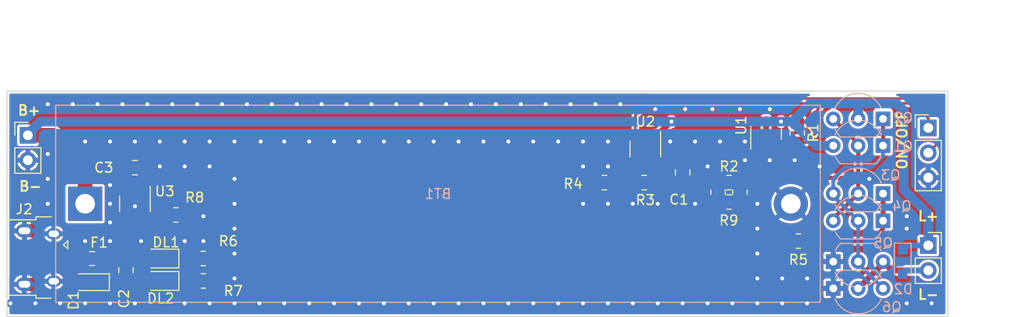
<source format=kicad_pcb>
(kicad_pcb (version 20211014) (generator pcbnew)
  (layers (0 "F.Cu" signal) (31 "B.Cu" signal) (34 "B.Paste" user) (35 "F.Paste" user) (36 "B.SilkS" user "B.Silkscreen") (37 "F.SilkS" user "F.Silkscreen") (38 "B.Mask" user) (39 "F.Mask" user) (44 "Edge.Cuts" user))
  (net 0 "")
  (net 1 "+BATT")
  (net 2 "GND")
  (net 3 "/Vref_2V5")
  (net 4 "+5V")
  (net 5 "Net-(DL1-Pad1)")
  (net 6 "Net-(DL2-Pad1)")
  (net 7 "Net-(F1-Pad2)")
  (net 8 "Net-(D2-Pad2)")
  (net 12 "Net-(Q1-Pad1)")
  (net 13 "Net-(R3-Pad1)")
  (net 14 "Net-(R6-Pad2)")
  (net 15 "Net-(R8-Pad1)")
  (net 16 "Net-(R1-Pad2)")
  (net 17 "Net-(SW1-Pad2)")
  (net 18 "Net-(Q1-Pad2)")
  (net 19 "Net-(Q3-Pad1)")
  (net 20 "Net-(R10-Pad2)")
  (net 21 "Net-(R11-Pad2)")
  (footprint "Connector_PinHeader_2.54mm:PinHeader_1x02_P2.54mm_Vertical" (layer "F.Cu") (at 88.138 71.755)
    (fp_text reference "J3" hide)
    (fp_text value "Conn_01x02_Male" hide)
    (fp_line (start -1.33 1.27) (end -1.33 3.87) (layer "F.SilkS") (width 0.12))
    (fp_line (start -1.33 -1.33) (end 0 -1.33) (layer "F.SilkS") (width 0.12))
    (fp_line (start 1.33 1.27) (end 1.33 3.87) (layer "F.SilkS") (width 0.12))
    (fp_line (start -1.33 0) (end -1.33 -1.33) (layer "F.SilkS") (width 0.12))
    (fp_line (start -1.33 3.87) (end 1.33 3.87) (layer "F.SilkS") (width 0.12))
    (fp_line (start -1.33 1.27) (end 1.33 1.27) (layer "F.SilkS") (width 0.12))
    (pad "1" thru_hole rect (at 0 0) (size 1.7 1.7) (drill 1) (layers *.Cu *.Mask) (net 1 "+BATT"))
    (pad "2" thru_hole oval (at 0 2.54) (size 1.7 1.7) (drill 1) (layers *.Cu *.Mask) (net 2 "GND"))
  )
  (footprint "Resistor_SMD:R_0805_2012Metric_Pad1.20x1.40mm_HandSolder" (layer "F.Cu") (at 151.019 76.581)
    (fp_text reference "R3" (at 0.111 1.778) (layer "F.SilkS"))
    (fp_text value "100k" hide)
    (fp_line (start -0.227064 0.735) (end 0.227064 0.735) (layer "F.SilkS") (width 0.12))
    (fp_line (start -0.227064 -0.735) (end 0.227064 -0.735) (layer "F.SilkS") (width 0.12))
    (pad "1" smd roundrect (at -1 0) (size 1.2 1.4) (layers "F.Cu" "F.Paste" "F.Mask") (roundrect_rratio 0.2083333333) (net 13 "Net-(R3-Pad1)"))
    (pad "2" smd roundrect (at 1 0) (size 1.2 1.4) (layers "F.Cu" "F.Paste" "F.Mask") (roundrect_rratio 0.2083333333) (net 3 "/Vref_2V5"))
  )
  (footprint "Package_TO_SOT_SMD:SOT-23" (layer "F.Cu") (at 163.449 71.501 90)
    (fp_text reference "U1" (at 0.762 -2.54 90) (layer "F.SilkS"))
    (fp_text value "LM809" hide)
    (fp_line (start 0 -1.56) (end 0.65 -1.56) (layer "F.SilkS") (width 0.12))
    (fp_line (start 0 1.56) (end -0.65 1.56) (layer "F.SilkS") (width 0.12))
    (fp_line (start 0 -1.56) (end -1.675 -1.56) (layer "F.SilkS") (width 0.12))
    (fp_line (start 0 1.56) (end 0.65 1.56) (layer "F.SilkS") (width 0.12))
    (pad "1" smd roundrect (at -0.9375 -0.95 90) (size 1.475 0.6) (layers "F.Cu" "F.Paste" "F.Mask") (net 2 "GND"))
    (pad "2" smd roundrect (at -0.9375 0.95 90) (size 1.475 0.6) (layers "F.Cu" "F.Paste" "F.Mask") (net 16 "Net-(R1-Pad2)"))
    (pad "3" smd roundrect (at 0.9375 0 90) (size 1.475 0.6) (layers "F.Cu" "F.Paste" "F.Mask") (net 1 "+BATT"))
  )
  (footprint "Capacitor_SMD:C_0805_2012Metric_Pad1.18x1.45mm_HandSolder" (layer "F.Cu") (at 154.94 75.5396 90)
    (fp_text reference "C1" (at -2.7686 -0.381 180) (layer "F.SilkS"))
    (fp_text value "2.2uF" hide)
    (fp_line (start -0.261252 -0.735) (end 0.261252 -0.735) (layer "F.SilkS") (width 0.12))
    (fp_line (start -0.261252 0.735) (end 0.261252 0.735) (layer "F.SilkS") (width 0.12))
    (pad "1" smd roundrect (at -1.0375 0 90) (size 1.175 1.45) (layers "F.Cu" "F.Paste" "F.Mask") (roundrect_rratio 0.2127659574) (net 3 "/Vref_2V5"))
    (pad "2" smd roundrect (at 1.0375 0 90) (size 1.175 1.45) (layers "F.Cu" "F.Paste" "F.Mask") (roundrect_rratio 0.2127659574) (net 2 "GND"))
  )
  (footprint "Resistor_SMD:R_0805_2012Metric_Pad1.20x1.40mm_HandSolder" (layer "F.Cu") (at 103.235 79.883)
    (fp_text reference "R8" (at 1.921 -1.778) (layer "F.SilkS"))
    (fp_text value "2.2k" hide)
    (fp_line (start -0.227064 0.735) (end 0.227064 0.735) (layer "F.SilkS") (width 0.12))
    (fp_line (start -0.227064 -0.735) (end 0.227064 -0.735) (layer "F.SilkS") (width 0.12))
    (pad "1" smd roundrect (at -1 0) (size 1.2 1.4) (layers "F.Cu" "F.Paste" "F.Mask") (roundrect_rratio 0.208333) (net 15 "Net-(R8-Pad1)"))
    (pad "2" smd roundrect (at 1 0) (size 1.2 1.4) (layers "F.Cu" "F.Paste" "F.Mask") (roundrect_rratio 0.208333) (net 2 "GND"))
  )
  (footprint "Fuse:Fuse_0805_2012Metric_Pad1.15x1.40mm_HandSolder" (layer "F.Cu") (at 94.7 84.328 180)
    (fp_text reference "F1" (at -0.7 1.628 180) (layer "F.SilkS"))
    (fp_text value "1A" hide)
    (fp_line (start -0.261252 -0.71) (end 0.261252 -0.71) (layer "F.SilkS") (width 0.12))
    (fp_line (start -0.261252 0.71) (end 0.261252 0.71) (layer "F.SilkS") (width 0.12))
    (pad "1" smd roundrect (at -1.025 0 180) (size 1.15 1.4) (layers "F.Cu" "F.Paste" "F.Mask") (roundrect_rratio 0.2173913043) (net 4 "+5V"))
    (pad "2" smd roundrect (at 1.025 0 180) (size 1.15 1.4) (layers "F.Cu" "F.Paste" "F.Mask") (roundrect_rratio 0.2173913043) (net 7 "Net-(F1-Pad2)"))
  )
  (footprint "Resistor_SMD:R_0805_2012Metric_Pad1.20x1.40mm_HandSolder" (layer "F.Cu") (at 159.6738 76.581)
    (fp_text reference "R2" (at 0 -1.651) (layer "F.SilkS"))
    (fp_text value "1.2k" hide)
    (fp_line (start -0.227064 0.735) (end 0.227064 0.735) (layer "F.SilkS") (width 0.12))
    (fp_line (start -0.227064 -0.735) (end 0.227064 -0.735) (layer "F.SilkS") (width 0.12))
    (pad "1" smd roundrect (at -1 0) (size 1.2 1.4) (layers "F.Cu" "F.Paste" "F.Mask") (roundrect_rratio 0.2083333333) (net 3 "/Vref_2V5"))
    (pad "2" smd roundrect (at 1 0) (size 1.2 1.4) (layers "F.Cu" "F.Paste" "F.Mask") (roundrect_rratio 0.2083333333) (net 18 "Net-(Q1-Pad2)"))
  )
  (footprint "Resistor_SMD:R_0805_2012Metric_Pad1.20x1.40mm_HandSolder" (layer "F.Cu") (at 106.029 84.328)
    (fp_text reference "R6" (at 2.556 -1.778) (layer "F.SilkS"))
    (fp_text value "1k" hide)
    (fp_line (start -0.227064 -0.735) (end 0.227064 -0.735) (layer "F.SilkS") (width 0.12))
    (fp_line (start -0.227064 0.735) (end 0.227064 0.735) (layer "F.SilkS") (width 0.12))
    (pad "1" smd roundrect (at -1 0) (size 1.2 1.4) (layers "F.Cu" "F.Paste" "F.Mask") (roundrect_rratio 0.2083333333) (net 5 "Net-(DL1-Pad1)"))
    (pad "2" smd roundrect (at 1 0) (size 1.2 1.4) (layers "F.Cu" "F.Paste" "F.Mask") (roundrect_rratio 0.2083333333) (net 14 "Net-(R6-Pad2)"))
  )
  (footprint "Resistor_SMD:R_0805_2012Metric_Pad1.20x1.40mm_HandSolder" (layer "F.Cu") (at 160.7914 77.5622 -90)
    (fp_text reference "R11" hide)
    (fp_text value "DNI" hide)
    (fp_line (start -0.227064 0.735) (end 0.227064 0.735) (layer "F.SilkS") (width 0.12))
    (fp_line (start -0.227064 -0.735) (end 0.227064 -0.735) (layer "F.SilkS") (width 0.12))
    (pad "1" smd roundrect (at -1 0 270) (size 1.2 1.4) (layers "F.Cu" "F.Paste" "F.Mask") (roundrect_rratio 0.208333) (net 18 "Net-(Q1-Pad2)"))
    (pad "2" smd roundrect (at 1 0 270) (size 1.2 1.4) (layers "F.Cu" "F.Paste" "F.Mask") (roundrect_rratio 0.208333) (net 21 "Net-(R11-Pad2)"))
  )
  (footprint "Resistor_SMD:R_0805_2012Metric_Pad1.20x1.40mm_HandSolder" (layer "F.Cu") (at 166.624 71.501 -90)
    (fp_text reference "R1" (at 0 -1.65 90) (layer "F.SilkS"))
    (fp_text value "DNI" hide)
    (fp_line (start -0.227064 -0.735) (end 0.227064 -0.735) (layer "F.SilkS") (width 0.12))
    (fp_line (start -0.227064 0.735) (end 0.227064 0.735) (layer "F.SilkS") (width 0.12))
    (pad "1" smd roundrect (at -1 0 270) (size 1.2 1.4) (layers "F.Cu" "F.Paste" "F.Mask") (roundrect_rratio 0.2083333333) (net 1 "+BATT"))
    (pad "2" smd roundrect (at 1 0 270) (size 1.2 1.4) (layers "F.Cu" "F.Paste" "F.Mask") (roundrect_rratio 0.2083333333) (net 16 "Net-(R1-Pad2)"))
  )
  (footprint "Resistor_SMD:R_0805_2012Metric_Pad1.20x1.40mm_HandSolder" (layer "F.Cu") (at 106.045 86.614)
    (fp_text reference "R7" (at 3.048 1.016) (layer "F.SilkS"))
    (fp_text value "1k" hide)
    (fp_line (start -0.227064 0.735) (end 0.227064 0.735) (layer "F.SilkS") (width 0.12))
    (fp_line (start -0.227064 -0.735) (end 0.227064 -0.735) (layer "F.SilkS") (width 0.12))
    (pad "1" smd roundrect (at -1 0) (size 1.2 1.4) (layers "F.Cu" "F.Paste" "F.Mask") (roundrect_rratio 0.2083333333) (net 6 "Net-(DL2-Pad1)"))
    (pad "2" smd roundrect (at 1 0) (size 1.2 1.4) (layers "F.Cu" "F.Paste" "F.Mask") (roundrect_rratio 0.2083333333) (net 2 "GND"))
  )
  (footprint "Package_TO_SOT_SMD:SOT-23-5" (layer "F.Cu") (at 99.06 78.74 -90)
    (fp_text reference "U3" (at -1.27 -3.048) (layer "F.SilkS"))
    (fp_text value "MCP73831-2-OT" hide)
    (fp_line (start 0 1.56) (end -0.8 1.56) (layer "F.SilkS") (width 0.12))
    (fp_line (start 0 -1.56) (end -1.8 -1.56) (layer "F.SilkS") (width 0.12))
    (fp_line (start 0 -1.56) (end 0.8 -1.56) (layer "F.SilkS") (width 0.12))
    (fp_line (start 0 1.56) (end 0.8 1.56) (layer "F.SilkS") (width 0.12))
    (pad "1" smd roundrect (at -1.1375 -0.95 270) (size 1.325 0.6) (layers "F.Cu" "F.Paste" "F.Mask") (net 14 "Net-(R6-Pad2)"))
    (pad "2" smd roundrect (at -1.1375 0 270) (size 1.325 0.6) (layers "F.Cu" "F.Paste" "F.Mask") (net 2 "GND"))
    (pad "3" smd roundrect (at -1.1375 0.95 270) (size 1.325 0.6) (layers "F.Cu" "F.Paste" "F.Mask") (net 1 "+BATT"))
    (pad "4" smd roundrect (at 1.1375 0.95 270) (size 1.325 0.6) (layers "F.Cu" "F.Paste" "F.Mask") (net 4 "+5V"))
    (pad "5" smd roundrect (at 1.1375 -0.95 270) (size 1.325 0.6) (layers "F.Cu" "F.Paste" "F.Mask") (net 15 "Net-(R8-Pad1)"))
  )
  (footprint "Package_TO_SOT_SMD:SOT-23-5" (layer "F.Cu") (at 151.13 73.152 -90)
    (fp_text reference "U2" (at -2.794 0 180) (layer "F.SilkS"))
    (fp_text value "LP2980-ADJ" hide)
    (fp_line (start 0 -1.56) (end -1.8 -1.56) (layer "F.SilkS") (width 0.12))
    (fp_line (start 0 -1.56) (end 0.8 -1.56) (layer "F.SilkS") (width 0.12))
    (fp_line (start 0 1.56) (end 0.8 1.56) (layer "F.SilkS") (width 0.12))
    (fp_line (start 0 1.56) (end -0.8 1.56) (layer "F.SilkS") (width 0.12))
    (pad "1" smd roundrect (at -1.1375 -0.95 270) (size 1.325 0.6) (layers "F.Cu" "F.Paste" "F.Mask") (net 1 "+BATT"))
    (pad "2" smd roundrect (at -1.1375 0 270) (size 1.325 0.6) (layers "F.Cu" "F.Paste" "F.Mask") (net 2 "GND"))
    (pad "3" smd roundrect (at -1.1375 0.95 270) (size 1.325 0.6) (layers "F.Cu" "F.Paste" "F.Mask") (net 17 "Net-(SW1-Pad2)"))
    (pad "4" smd roundrect (at 1.1375 0.95 270) (size 1.325 0.6) (layers "F.Cu" "F.Paste" "F.Mask") (net 13 "Net-(R3-Pad1)"))
    (pad "5" smd roundrect (at 1.1375 -0.95 270) (size 1.325 0.6) (layers "F.Cu" "F.Paste" "F.Mask") (net 3 "/Vref_2V5"))
  )
  (footprint "Resistor_SMD:R_0805_2012Metric_Pad1.20x1.40mm_HandSolder" (layer "F.Cu") (at 158.5562 77.5556 -90)
    (fp_text reference "R10" hide)
    (fp_text value "DNI" hide)
    (fp_line (start -0.227064 0.735) (end 0.227064 0.735) (layer "F.SilkS") (width 0.12))
    (fp_line (start -0.227064 -0.735) (end 0.227064 -0.735) (layer "F.SilkS") (width 0.12))
    (pad "1" smd roundrect (at -1 0 270) (size 1.2 1.4) (layers "F.Cu" "F.Paste" "F.Mask") (roundrect_rratio 0.208333) (net 3 "/Vref_2V5"))
    (pad "2" smd roundrect (at 1 0 270) (size 1.2 1.4) (layers "F.Cu" "F.Paste" "F.Mask") (roundrect_rratio 0.208333) (net 20 "Net-(R10-Pad2)"))
  )
  (footprint "Diode_SMD:D_0805_2012Metric_Pad1.15x1.40mm_HandSolder" (layer "F.Cu") (at 101.684 84.328 180)
    (fp_text reference "DL1" (at -0.551 1.651) (layer "F.SilkS"))
    (fp_text value "LED_RED" hide)
    (fp_line (start 1 -0.96) (end -1.86 -0.96) (layer "F.SilkS") (width 0.12))
    (fp_line (start -1.86 0.96) (end 1 0.96) (layer "F.SilkS") (width 0.12))
    (fp_line (start -1.86 -0.96) (end -1.86 0.96) (layer "F.SilkS") (width 0.12))
    (pad "1" smd roundrect (at -1.025 0 180) (size 1.15 1.4) (layers "F.Cu" "F.Paste" "F.Mask") (roundrect_rratio 0.2173913043) (net 5 "Net-(DL1-Pad1)"))
    (pad "2" smd roundrect (at 1.025 0 180) (size 1.15 1.4) (layers "F.Cu" "F.Paste" "F.Mask") (roundrect_rratio 0.2173913043) (net 4 "+5V"))
  )
  (footprint "Resistor_SMD:R_0805_2012Metric_Pad1.20x1.40mm_HandSolder" (layer "F.Cu") (at 159.6738 78.5622)
    (fp_text reference "R9" (at -0.0254 1.8796) (layer "F.SilkS"))
    (fp_text value "DNI" hide)
    (fp_line (start -0.227064 -0.735) (end 0.227064 -0.735) (layer "F.SilkS") (width 0.12))
    (fp_line (start -0.227064 0.735) (end 0.227064 0.735) (layer "F.SilkS") (width 0.12))
    (pad "1" smd roundrect (at -1 0) (size 1.2 1.4) (layers "F.Cu" "F.Paste" "F.Mask") (roundrect_rratio 0.208333) (net 20 "Net-(R10-Pad2)"))
    (pad "2" smd roundrect (at 1 0) (size 1.2 1.4) (layers "F.Cu" "F.Paste" "F.Mask") (roundrect_rratio 0.208333) (net 21 "Net-(R11-Pad2)"))
  )
  (footprint "Resistor_SMD:R_0805_2012Metric_Pad1.20x1.40mm_HandSolder" (layer "F.Cu") (at 166.751 82.55 180)
    (fp_text reference "R5" (at 0 -1.905) (layer "F.SilkS"))
    (fp_text value "100" hide)
    (fp_line (start -0.227064 0.735) (end 0.227064 0.735) (layer "F.SilkS") (width 0.12))
    (fp_line (start -0.227064 -0.735) (end 0.227064 -0.735) (layer "F.SilkS") (width 0.12))
    (pad "1" smd roundrect (at -1 0 180) (size 1.2 1.4) (layers "F.Cu" "F.Paste" "F.Mask") (roundrect_rratio 0.2083333333) (net 19 "Net-(Q3-Pad1)"))
    (pad "2" smd roundrect (at 1 0 180) (size 1.2 1.4) (layers "F.Cu" "F.Paste" "F.Mask") (roundrect_rratio 0.2083333333) (net 2 "GND"))
  )
  (footprint "Diode_SMD:D_SOD-323_HandSoldering" (layer "F.Cu") (at 94.55 86.741 180)
    (fp_text reference "D1" (at 1.75 -1.859 90) (layer "F.SilkS"))
    (fp_text value "5V TVS" hide)
    (fp_line (start -1.9 0.85) (end 1.25 0.85) (layer "F.SilkS") (width 0.12))
    (fp_line (start -1.9 -0.85) (end 1.25 -0.85) (layer "F.SilkS") (width 0.12))
    (fp_line (start -1.9 -0.85) (end -1.9 0.85) (layer "F.SilkS") (width 0.12))
    (pad "1" smd rect (at -1.25 0 180) (size 1 1) (layers "F.Cu" "F.Paste" "F.Mask") (net 4 "+5V"))
    (pad "2" smd rect (at 1.25 0 180) (size 1 1) (layers "F.Cu" "F.Paste" "F.Mask") (net 2 "GND"))
  )
  (footprint "Connector_USB:USB_Micro-B_Amphenol_10103594-0001LF_Horizontal" (layer "F.Cu") (at 88.9 84.25 -90)
    (fp_text reference "J2" (at -4.953 1.143) (layer "F.SilkS"))
    (fp_text value "USB_B_Micro" hide)
    (fp_line (start 4.125 -0.065) (end 4.125 -1.615) (layer "F.SilkS") (width 0.12))
    (fp_line (start -1.325 -2.865) (end -1.725 -3.315) (layer "F.SilkS") (width 0.12))
    (fp_line (start 3.825 -0.065) (end 4.125 -0.065) (layer "F.SilkS") (width 0.12))
    (fp_line (start 3.825 2.735) (end 3.825 -0.065) (layer "F.SilkS") (width 0.12))
    (fp_line (start -3.875 2.735) (end -3.875 -0.065) (layer "F.SilkS") (width 0.12))
    (fp_line (start -4.175 -0.065) (end -3.875 -0.065) (layer "F.SilkS") (width 0.12))
    (fp_line (start -1.725 -3.315) (end -0.925 -3.315) (layer "F.SilkS") (width 0.12))
    (fp_line (start -0.925 -3.315) (end -1.325 -2.865) (layer "F.SilkS") (width 0.12))
    (fp_line (start -4.175 -0.065) (end -4.175 -1.615) (layer "F.SilkS") (width 0.12))
    (pad "1" smd rect (at -1.325 -1.765) (size 1.65 0.4) (layers "F.Cu" "F.Paste" "F.Mask") (net 7 "Net-(F1-Pad2)"))
    (pad "2" smd rect (at -0.675 -1.765) (size 1.65 0.4) (layers "F.Cu" "F.Paste" "F.Mask"))
    (pad "3" smd rect (at -0.025 -1.765) (size 1.65 0.4) (layers "F.Cu" "F.Paste" "F.Mask"))
    (pad "4" smd rect (at 0.625 -1.765) (size 1.65 0.4) (layers "F.Cu" "F.Paste" "F.Mask"))
    (pad "5" smd rect (at 1.275 -1.765) (size 1.65 0.4) (layers "F.Cu" "F.Paste" "F.Mask") (net 2 "GND"))
    (pad "6" thru_hole oval (at -2.445 -1.885) (size 1.5 1.1) (drill oval 1.05 0.65) (layers *.Cu *.Mask) (net 2 "GND"))
    (pad "6" smd rect (at 2.725 0.185 270) (size 1.35 2) (layers "F.Cu" "F.Paste" "F.Mask") (net 2 "GND"))
    (pad "6" smd rect (at 0.935 1.385) (size 2.5 1.43) (layers "F.Cu" "F.Paste" "F.Mask") (net 2 "GND"))
    (pad "6" smd rect (at -2.755 0.185 270) (size 1.35 2) (layers "F.Cu" "F.Paste" "F.Mask") (net 2 "GND"))
    (pad "6" thru_hole oval (at 2.395 -1.885) (size 1.5 1.1) (drill oval 1.05 0.65) (layers *.Cu *.Mask) (net 2 "GND"))
    (pad "6" thru_hole oval (at 2.705 1.115) (size 1.7 1.35) (drill oval 1.2 0.7) (layers *.Cu *.Mask) (net 2 "GND"))
    (pad "6" smd rect (at -0.985 1.385) (size 2.5 1.43) (layers "F.Cu" "F.Paste" "F.Mask") (net 2 "GND"))
    (pad "6" thru_hole oval (at -2.755 1.115) (size 1.7 1.35) (drill oval 1.2 0.7) (layers *.Cu *.Mask) (net 2 "GND"))
  )
  (footprint "Connector_PinSocket_2.54mm:PinSocket_1x02_P2.54mm_Vertical" (layer "F.Cu") (at 180 83)
    (fp_text reference "J1" hide)
    (fp_text value "Conn_01x02_Female" hide)
    (fp_line (start -1.33 3.87) (end 1.33 3.87) (layer "F.SilkS") (width 0.12))
    (fp_line (start 1.33 -1.33) (end 1.33 0) (layer "F.SilkS") (width 0.12))
    (fp_line (start -1.33 1.27) (end -1.33 3.87) (layer "F.SilkS") (width 0.12))
    (fp_line (start 1.33 1.27) (end 1.33 3.87) (layer "F.SilkS") (width 0.12))
    (fp_line (start 0 -1.33) (end 1.33 -1.33) (layer "F.SilkS") (width 0.12))
    (fp_line (start -1.33 1.27) (end 1.33 1.27) (layer "F.SilkS") (width 0.12))
    (pad "1" thru_hole rect (at 0 0) (size 1.7 1.7) (drill 1) (layers *.Cu *.Mask) (net 1 "+BATT"))
    (pad "2" thru_hole oval (at 0 2.54) (size 1.7 1.7) (drill 1) (layers *.Cu *.Mask) (net 8 "Net-(D2-Pad2)"))
  )
  (footprint "Capacitor_SMD:C_0805_2012Metric_Pad1.18x1.45mm_HandSolder" (layer "F.Cu") (at 99.06 75.057)
    (fp_text reference "C3" (at -3.175 0) (layer "F.SilkS"))
    (fp_text value "4.7uF" hide)
    (fp_line (start -0.261252 0.735) (end 0.261252 0.735) (layer "F.SilkS") (width 0.12))
    (fp_line (start -0.261252 -0.735) (end 0.261252 -0.735) (layer "F.SilkS") (width 0.12))
    (pad "1" smd roundrect (at -1.0375 0) (size 1.175 1.45) (layers "F.Cu" "F.Paste" "F.Mask") (roundrect_rratio 0.2127659574) (net 1 "+BATT"))
    (pad "2" smd roundrect (at 1.0375 0) (size 1.175 1.45) (layers "F.Cu" "F.Paste" "F.Mask") (roundrect_rratio 0.2127659574) (net 2 "GND"))
  )
  (footprint "Capacitor_SMD:C_0805_2012Metric_Pad1.18x1.45mm_HandSolder" (layer "F.Cu") (at 98.1456 85.5085 -90)
    (fp_text reference "C2" (at 2.921 0.2032 90) (layer "F.SilkS"))
    (fp_text value "4.7uF" hide)
    (fp_line (start -0.261252 0.735) (end 0.261252 0.735) (layer "F.SilkS") (width 0.12))
    (fp_line (start -0.261252 -0.735) (end 0.261252 -0.735) (layer "F.SilkS") (width 0.12))
    (pad "1" smd roundrect (at -1.0375 0 270) (size 1.175 1.45) (layers "F.Cu" "F.Paste" "F.Mask") (roundrect_rratio 0.2127659574) (net 4 "+5V"))
    (pad "2" smd roundrect (at 1.0375 0 270) (size 1.175 1.45) (layers "F.Cu" "F.Paste" "F.Mask") (roundrect_rratio 0.2127659574) (net 2 "GND"))
  )
  (footprint "Connector_PinHeader_2.54mm:PinHeader_1x03_P2.54mm_Vertical" (layer "F.Cu") (at 180 71)
    (fp_text reference "SW1" hide)
    (fp_text value "ON/OFF" (at -2.667 1.255 90) (layer "F.SilkS") (effects (font (thickness 0.2))))
    (fp_line (start -1.33 1.27) (end -1.33 6.41) (layer "F.SilkS") (width 0.12))
    (fp_line (start -1.33 6.41) (end 1.33 6.41) (layer "F.SilkS") (width 0.12))
    (fp_line (start -1.33 -1.33) (end 0 -1.33) (layer "F.SilkS") (width 0.12))
    (fp_line (start 1.33 1.27) (end 1.33 6.41) (layer "F.SilkS") (width 0.12))
    (fp_line (start -1.33 0) (end -1.33 -1.33) (layer "F.SilkS") (width 0.12))
    (fp_line (start -1.33 1.27) (end 1.33 1.27) (layer "F.SilkS") (width 0.12))
    (pad "1" thru_hole rect (at 0 0) (size 1.7 1.7) (drill 1) (layers *.Cu *.Mask) (net 16 "Net-(R1-Pad2)"))
    (pad "2" thru_hole oval (at 0 2.54) (size 1.7 1.7) (drill 1) (layers *.Cu *.Mask) (net 17 "Net-(SW1-Pad2)"))
    (pad "3" thru_hole oval (at 0 5.08) (size 1.7 1.7) (drill 1) (layers *.Cu *.Mask) (net 2 "GND"))
  )
  (footprint "Resistor_SMD:R_0805_2012Metric_Pad1.20x1.40mm_HandSolder" (layer "F.Cu") (at 146.955 76.581 180)
    (fp_text reference "R4" (at 3.191 -0.127) (layer "F.SilkS"))
    (fp_text value "100k" hide)
    (fp_line (start -0.227064 0.735) (end 0.227064 0.735) (layer "F.SilkS") (width 0.12))
    (fp_line (start -0.227064 -0.735) (end 0.227064 -0.735) (layer "F.SilkS") (width 0.12))
    (pad "1" smd roundrect (at -1 0 180) (size 1.2 1.4) (layers "F.Cu" "F.Paste" "F.Mask") (roundrect_rratio 0.2083333333) (net 13 "Net-(R3-Pad1)"))
    (pad "2" smd roundrect (at 1 0 180) (size 1.2 1.4) (layers "F.Cu" "F.Paste" "F.Mask") (roundrect_rratio 0.2083333333) (net 2 "GND"))
  )
  (footprint "Diode_SMD:D_0805_2012Metric_Pad1.15x1.40mm_HandSolder" (layer "F.Cu") (at 101.684 86.614 180)
    (fp_text reference "DL2" (at 0 -1.778 180) (layer "F.SilkS"))
    (fp_text value "LED_GREEN" hide)
    (fp_line (start 1 -0.96) (end -1.86 -0.96) (layer "F.SilkS") (width 0.12))
    (fp_line (start -1.86 -0.96) (end -1.86 0.96) (layer "F.SilkS") (width 0.12))
    (fp_line (start -1.86 0.96) (end 1 0.96) (layer "F.SilkS") (width 0.12))
    (pad "1" smd roundrect (at -1.025 0 180) (size 1.15 1.4) (layers "F.Cu" "F.Paste" "F.Mask") (roundrect_rratio 0.2173913043) (net 6 "Net-(DL2-Pad1)"))
    (pad "2" smd roundrect (at 1.025 0 180) (size 1.15 1.4) (layers "F.Cu" "F.Paste" "F.Mask") (roundrect_rratio 0.2173913043) (net 4 "+5V"))
  )
  (footprint "Battery:BatteryHolder_MPD_BH-18650-PC2" (layer "B.Cu") (at 93.98 78.74)
    (fp_text reference "BT1" (at 36 -1 180) (layer "B.SilkS") (effects (justify mirror)))
    (fp_text value "Li-Ion")
    (fp_line (start 75 -10.05) (end -3 -10.05) (layer "B.SilkS") (width 0.12))
    (fp_line (start -3 -10.05) (end -3 10.05) (layer "B.SilkS") (width 0.12))
    (fp_line (start -3 10.05) (end 75 10.05) (layer "B.SilkS") (width 0.12))
    (fp_line (start 75 10.05) (end 75 -10.05) (layer "B.SilkS") (width 0.12))
    (pad "1" thru_hole rect locked (at 0 0) (size 3.5 3.5) (drill 2) (layers *.Cu *.Mask) (net 1 "+BATT"))
    (pad "2" thru_hole circle locked (at 72 0) (size 3.5 3.5) (drill 2) (layers *.Cu *.Mask) (net 2 "GND"))
  )
  (footprint "Package_TO_SOT_THT:TO-92_Inline_Wide" (layer "B.Cu") (at 175.387 70.083 180)
    (fp_text reference "Q2" (at -2.032 0.106) (layer "B.SilkS") (effects (justify mirror)))
    (fp_text value "2SC1815" hide)
    (fp_line (start 0.74 -1.85) (end 4.34 -1.85) (layer "B.SilkS") (width 0.12))
    (fp_arc (start 2.54 2.6) (mid 1.143021 2.192818) (end 0.1836 1.098807) (layer "B.SilkS") (width 0.12))
    (fp_arc (start 4.34 -1.85) (mid 4.633903 -1.509328) (end 4.864184 -1.122795) (layer "B.SilkS") (width 0.12))
    (fp_arc (start 0.215816 -1.122795) (mid 0.446097 -1.509328) (end 0.74 -1.85) (layer "B.SilkS") (width 0.12))
    (fp_arc (start 4.8964 1.098807) (mid 3.936979 2.192817) (end 2.54 2.6) (layer "B.SilkS") (width 0.12))
    (pad "1" thru_hole rect (at 0 0 180) (size 1.5 1.5) (drill 0.8) (layers *.Cu *.Mask) (net 12 "Net-(Q1-Pad1)"))
    (pad "2" thru_hole circle (at 2.54 0 180) (size 1.5 1.5) (drill 0.8) (layers *.Cu *.Mask) (net 1 "+BATT"))
    (pad "3" thru_hole circle (at 5.08 0 180) (size 1.5 1.5) (drill 0.8) (layers *.Cu *.Mask) (net 18 "Net-(Q1-Pad2)"))
  )
  (footprint "Package_TO_SOT_THT:TO-92_Inline_Wide" (layer "B.Cu") (at 175.387 77.703 180)
    (fp_text reference "Q3" (at -0.762 1.884) (layer "B.SilkS") (effects (justify mirror)))
    (fp_text value "2SC1815" hide)
    (fp_line (start 0.74 -1.85) (end 4.34 -1.85) (layer "B.SilkS") (width 0.12))
    (fp_arc (start 2.54 2.6) (mid 1.143021 2.192818) (end 0.1836 1.098807) (layer "B.SilkS") (width 0.12))
    (fp_arc (start 4.8964 1.098807) (mid 3.936979 2.192817) (end 2.54 2.6) (layer "B.SilkS") (width 0.12))
    (fp_arc (start 0.215816 -1.122795) (mid 0.446097 -1.509328) (end 0.74 -1.85) (layer "B.SilkS") (width 0.12))
    (fp_arc (start 4.34 -1.85) (mid 4.633903 -1.509328) (end 4.864184 -1.122795) (layer "B.SilkS") (width 0.12))
    (pad "1" thru_hole rect (at 0 0 180) (size 1.5 1.5) (drill 0.8) (layers *.Cu *.Mask) (net 19 "Net-(Q3-Pad1)"))
    (pad "2" thru_hole circle (at 2.54 0 180) (size 1.5 1.5) (drill 0.8) (layers *.Cu *.Mask) (net 18 "Net-(Q1-Pad2)"))
    (pad "3" thru_hole circle (at 5.08 0 180) (size 1.5 1.5) (drill 0.8) (layers *.Cu *.Mask) (net 12 "Net-(Q1-Pad1)"))
  )
  (footprint "Diode_SMD:D_SOD-323_HandSoldering" (layer "B.Cu") (at 177.3936 84.6582 -90)
    (fp_text reference "D2" (at 2.794 -0.048 180) (layer "B.SilkS") (effects (justify mirror)))
    (fp_text value "5V TVS" hide)
    (fp_line (start -1.9 0.85) (end -1.9 -0.85) (layer "B.SilkS") (width 0.12))
    (fp_line (start -1.9 -0.85) (end 1.25 -0.85) (layer "B.SilkS") (width 0.12))
    (fp_line (start -1.9 0.85) (end 1.25 0.85) (layer "B.SilkS") (width 0.12))
    (pad "1" smd rect (at -1.25 0 270) (size 1 1) (layers "B.Cu" "B.Paste" "B.Mask") (net 1 "+BATT"))
    (pad "2" smd rect (at 1.25 0 270) (size 1 1) (layers "B.Cu" "B.Paste" "B.Mask") (net 8 "Net-(D2-Pad2)"))
  )
  (footprint "Package_TO_SOT_THT:TO-92_Inline_Wide" (layer "B.Cu") (at 170.307 87.373)
    (fp_text reference "Q6" (at 5.969 1.908) (layer "B.SilkS") (effects (justify mirror)))
    (fp_text value "2SC1815" hide)
    (fp_line (start 0.74 -1.85) (end 4.34 -1.85) (layer "B.SilkS") (width 0.12))
    (fp_arc (start 0.215816 -1.122795) (mid 0.446097 -1.509328) (end 0.74 -1.85) (layer "B.SilkS") (width 0.12))
    (fp_arc (start 4.34 -1.85) (mid 4.633903 -1.509328) (end 4.864184 -1.122795) (layer "B.SilkS") (width 0.12))
    (fp_arc (start 4.8964 1.098807) (mid 3.936979 2.192817) (end 2.54 2.6) (layer "B.SilkS") (width 0.12))
    (fp_arc (start 2.54 2.6) (mid 1.143021 2.192818) (end 0.1836 1.098807) (layer "B.SilkS") (width 0.12))
    (pad "1" thru_hole rect (at 0 0) (size 1.5 1.5) (drill 0.8) (layers *.Cu *.Mask) (net 2 "GND"))
    (pad "2" thru_hole circle (at 2.54 0) (size 1.5 1.5) (drill 0.8) (layers *.Cu *.Mask) (net 8 "Net-(D2-Pad2)"))
    (pad "3" thru_hole circle (at 5.08 0) (size 1.5 1.5) (drill 0.8) (layers *.Cu *.Mask) (net 12 "Net-(Q1-Pad1)"))
  )
  (footprint "Package_TO_SOT_THT:TO-92_Inline_Wide" (layer "B.Cu") (at 175.387 80.476 180)
    (fp_text reference "Q4" (at -1.905 1.482) (layer "B.SilkS") (effects (justify mirror)))
    (fp_text value "S8050" hide)
    (fp_line (start 0.74 -1.85) (end 4.34 -1.85) (layer "B.SilkS") (width 0.12))
    (fp_arc (start 4.34 -1.85) (mid 4.633903 -1.509328) (end 4.864184 -1.122795) (layer "B.SilkS") (width 0.12))
    (fp_arc (start 0.215816 -1.122795) (mid 0.446097 -1.509328) (end 0.74 -1.85) (layer "B.SilkS") (width 0.12))
    (fp_arc (start 2.54 2.6) (mid 1.143021 2.192818) (end 0.1836 1.098807) (layer "B.SilkS") (width 0.12))
    (fp_arc (start 4.8964 1.098807) (mid 3.936979 2.192817) (end 2.54 2.6) (layer "B.SilkS") (width 0.12))
    (pad "1" thru_hole rect (at 0 0 180) (size 1.5 1.5) (drill 0.8) (layers *.Cu *.Mask) (net 19 "Net-(Q3-Pad1)"))
    (pad "2" thru_hole circle (at 2.54 0 180) (size 1.5 1.5) (drill 0.8) (layers *.Cu *.Mask) (net 12 "Net-(Q1-Pad1)"))
    (pad "3" thru_hole circle (at 5.08 0 180) (size 1.5 1.5) (drill 0.8) (layers *.Cu *.Mask) (net 18 "Net-(Q1-Pad2)"))
  )
  (footprint "Package_TO_SOT_THT:TO-92_Inline_Wide" (layer "B.Cu") (at 175.387 72.813 180)
    (fp_text reference "Q1" (at -2.032 -0.085) (layer "B.SilkS") (effects (justify mirror)))
    (fp_text value "S8050" hide)
    (fp_line (start 0.74 -1.85) (end 4.34 -1.85) (layer "B.SilkS") (width 0.12))
    (fp_arc (start 2.54 2.6) (mid 1.143021 2.192818) (end 0.1836 1.098807) (layer "B.SilkS") (width 0.12))
    (fp_arc (start 0.215816 -1.122795) (mid 0.446097 -1.509328) (end 0.74 -1.85) (layer "B.SilkS") (width 0.12))
    (fp_arc (start 4.8964 1.098807) (mid 3.936979 2.192817) (end 2.54 2.6) (layer "B.SilkS") (width 0.12))
    (fp_arc (start 4.34 -1.85) (mid 4.633903 -1.509328) (end 4.864184 -1.122795) (layer "B.SilkS") (width 0.12))
    (pad "1" thru_hole rect (at 0 0 180) (size 1.5 1.5) (drill 0.8) (layers *.Cu *.Mask) (net 12 "Net-(Q1-Pad1)"))
    (pad "2" thru_hole circle (at 2.54 0 180) (size 1.5 1.5) (drill 0.8) (layers *.Cu *.Mask) (net 18 "Net-(Q1-Pad2)"))
    (pad "3" thru_hole circle (at 5.08 0 180) (size 1.5 1.5) (drill 0.8) (layers *.Cu *.Mask) (net 1 "+BATT"))
  )
  (footprint "Package_TO_SOT_THT:TO-92_Inline_Wide" (layer "B.Cu") (at 170.307 84.643)
    (fp_text reference "Q5" (at 5.08 -1.8898) (layer "B.SilkS") (effects (justify mirror)))
    (fp_text value "S8050" hide)
    (fp_line (start 0.74 -1.85) (end 4.34 -1.85) (layer "B.SilkS") (width 0.12))
    (fp_arc (start 0.215816 -1.122795) (mid 0.446097 -1.509328) (end 0.74 -1.85) (layer "B.SilkS") (width 0.12))
    (fp_arc (start 4.34 -1.85) (mid 4.633903 -1.509328) (end 4.864184 -1.122795) (layer "B.SilkS") (width 0.12))
    (fp_arc (start 4.8964 1.098807) (mid 3.936979 2.192817) (end 2.54 2.6) (layer "B.SilkS") (width 0.12))
    (fp_arc (start 2.54 2.6) (mid 1.143021 2.192818) (end 0.1836 1.098807) (layer "B.SilkS") (width 0.12))
    (pad "1" thru_hole rect (at 0 0) (size 1.5 1.5) (drill 0.8) (layers *.Cu *.Mask) (net 2 "GND"))
    (pad "2" thru_hole circle (at 2.54 0) (size 1.5 1.5) (drill 0.8) (layers *.Cu *.Mask) (net 12 "Net-(Q1-Pad1)"))
    (pad "3" thru_hole circle (at 5.08 0) (size 1.5 1.5) (drill 0.8) (layers *.Cu *.Mask) (net 8 "Net-(D2-Pad2)"))
  )
  (gr_line (start 86 79) (end 86 67.25) (layer "Edge.Cuts") (width 0.1))
  (gr_line (start 86 90.25) (end 86 79) (layer "Edge.Cuts") (width 0.1))
  (gr_line (start 182 67.25) (end 182 90.25) (layer "Edge.Cuts") (width 0.1))
  (gr_line (start 86 67.25) (end 182 67.25) (layer "Edge.Cuts") (width 0.1))
  (gr_line (start 182 90.25) (end 86 90.25) (layer "Edge.Cuts") (width 0.1))
  (gr_text "L-" (at 180 88) (layer "F.SilkS") (effects (font (size 1 1) (thickness 0.2))))
  (gr_text "L+" (at 180 80) (layer "F.SilkS") (effects (font (size 1 1) (thickness 0.2))))
  (gr_text "B+" (at 88.265 69.215) (layer "F.SilkS") (effects (font (size 1 1) (thickness 0.2))))
  (gr_text "B-" (at 88.392 76.962) (layer "F.SilkS") (effects (font (size 1 1) (thickness 0.2))))
  (segment (start 95.38775 75.06775) (end 93.98 75.06775) (width 1) (layer "F.Cu") (net 1))
  (segment (start 93.98 76.4755) (end 95.38775 75.06775) (width 1) (layer "F.Cu") (net 1))
  (segment (start 93.98 76.4755) (end 93.98 75.06775) (width 1.5) (layer "F.Cu") (net 1))
  (segment (start 164.846 70.358) (end 166.481 70.358) (width 0.4) (layer "F.Cu") (net 1))
  (segment (start 93.98 78.74) (end 93.98 76.4755) (width 1.5) (layer "F.Cu") (net 1))
  (segment (start 98.0225 75.057) (end 98.01175 75.06775) (width 0.6) (layer "F.Cu") (net 1))
  (segment (start 90.66725 71.755) (end 93.98 75.06775) (width 1.5) (layer "F.Cu") (net 1))
  (segment (start 98.11 77.6025) (end 98.11 75.1445) (width 0.6) (layer "F.Cu") (net 1))
  (segment (start 98.01175 75.06775) (end 95.38775 75.06775) (width 1) (layer "F.Cu") (net 1))
  (segment (start 164.846 70.358) (end 163.6545 70.358) (width 0.4) (layer "F.Cu") (net 1))
  (segment (start 166.481 70.358) (end 166.624 70.501) (width 0.4) (layer "F.Cu") (net 1))
  (segment (start 153.797 70.358) (end 153.7365 70.358) (width 0.6) (layer "F.Cu") (net 1))
  (segment (start 98.11 75.1445) (end 98.0225 75.057) (width 0.6) (layer "F.Cu") (net 1))
  (segment (start 95.38775 75.06775) (end 94.75275 75.06775) (width 1) (layer "F.Cu") (net 1))
  (segment (start 88.138 71.755) (end 90.66725 71.755) (width 1.5) (layer "F.Cu") (net 1))
  (segment (start 163.6545 70.358) (end 163.449 70.5635) (width 0.4) (layer "F.Cu") (net 1))
  (segment (start 94.531 78.189) (end 93.98 78.74) (width 1) (layer "F.Cu") (net 1))
  (segment (start 153.7365 70.358) (end 152.08 72.0145) (width 0.6) (layer "F.Cu") (net 1))
  (via (at 153.797 70.358) (size 0.8) (drill 0.4) (layers "F.Cu" "B.Cu") (net 1))
  (via (at 164.973 70.358) (size 0.8) (drill 0.4) (layers "F.Cu" "B.Cu") (net 1))
  (segment (start 168.571 72.813) (end 166.116 70.358) (width 1) (layer "B.Cu") (net 1))
  (segment (start 172.75 68.5) (end 176.704 68.5) (width 1) (layer "B.Cu") (net 1))
  (segment (start 180 83) (end 177.8018 83) (width 0.6) (layer "B.Cu") (net 1))
  (segment (start 172.847 68.597) (end 172.75 68.5) (width 1) (layer "B.Cu") (net 1))
  (segment (start 89.408 70.358) (end 88.138 71.628) (width 1) (layer "B.Cu") (net 1))
  (segment (start 177.8018 83) (end 177.3936 83.4082) (width 0.6) (layer "B.Cu") (net 1))
  (segment (start 176.837 68.633) (end 176.883 68.633) (width 1) (layer "B.Cu") (net 1))
  (segment (start 179.922 83.078) (end 180 83) (width 0.6) (layer "B.Cu") (net 1))
  (segment (start 170.307 72.813) (end 168.571 72.813) (width 1) (layer "B.Cu") (net 1))
  (segment (start 167.974 68.5) (end 172.75 68.5) (width 1) (layer "B.Cu") (net 1))
  (segment (start 166.116 70.358) (end 89.408 70.358) (width 1) (layer "B.Cu") (net 1))
  (segment (start 180 79.797) (end 180 83) (width 1) (layer "B.Cu") (net 1))
  (segment (start 176.883 68.633) (end 177.5 69.25) (width 1) (layer "B.Cu") (net 1))
  (segment (start 88.138 71.628) (end 88.138 71.755) (width 1) (layer "B.Cu") (net 1))
  (segment (start 176.704 68.5) (end 176.837 68.633) (width 1) (layer "B.Cu") (net 1))
  (segment (start 177.5 69.25) (end 177.5 77.297) (width 1) (layer "B.Cu") (net 1))
  (segment (start 172.847 70.083) (end 172.847 68.597) (width 1) (layer "B.Cu") (net 1))
  (segment (start 166.116 70.358) (end 167.974 68.5) (width 1) (layer "B.Cu") (net 1))
  (segment (start 177.5 77.297) (end 180 79.797) (width 1) (layer "B.Cu") (net 1))
  (segment (start 90.785 86.645) (end 87.98 86.645) (width 0.5) (layer "F.Cu") (net 2))
  (segment (start 89.3 82.08) (end 88.715 81.495) (width 0.5) (layer "F.Cu") (net 2))
  (segment (start 87.8 81.55) (end 87.8 83.05) (width 0.5) (layer "F.Cu") (net 2))
  (segment (start 170.307 88.053) (end 170.307 87.863) (width 0.5) (layer "F.Cu") (net 2))
  (segment (start 87.8 86.955) (end 87.8 85.455) (width 0.5) (layer "F.Cu") (net 2))
  (segment (start 88.715 86.975) (end 89.3 86.39) (width 0.5) (layer "F.Cu") (net 2))
  (segment (start 87.98 86.645) (end 87.65 86.975) (width 0.5) (layer "F.Cu") (net 2))
  (segment (start 87.96 81.805) (end 87.65 81.495) (width 0.5) (layer "F.Cu") (net 2))
  (segment (start 89.3 86.39) (end 89.3 82.08) (width 0.5) (layer "F.Cu") (net 2))
  (segment (start 90.785 81.805) (end 89.12 81.8) (width 0.5) (layer "F.Cu") (net 2))
  (segment (start 87.515 83.265) (end 87.515 85.185) (width 0.5) (layer "F.Cu") (net 2))
  (via (at 157.48 88.9) (size 0.8) (drill 0.4) (layers "F.Cu" "B.Cu") (net 2))
  (via (at 118.11 68.58) (size 0.8) (drill 0.4) (layers "F.Cu" "B.Cu") (net 2))
  (via (at 90.17 73.66) (size 0.8) (drill 0.4) (layers "F.Cu" "B.Cu") (net 2))
  (via (at 142.24 88.9) (size 0.8) (drill 0.4) (layers "F.Cu" "B.Cu") (net 2))
  (via locked (at 167.64 86.36) (size 0.8) (drill 0.4) (layers "F.Cu" "B.Cu") (net 2))
  (via (at 147.32 78.74) (size 0.8) (drill 0.4) (layers "F.Cu" "B.Cu") (net 2))
  (via (at 109.22 78.74) (size 0.8) (drill 0.4) (layers "F.Cu" "B.Cu") (net 2))
  (via (at 99.06 72.39) (size 0.8) (drill 0.4) (layers "F.Cu" "B.Cu") (net 2))
  (via (at 125.73 68.58) (size 0.8) (drill 0.4) (layers "F.Cu" "B.Cu") (net 2))
  (via (at 163.83 74.295) (size 0.8) (drill 0.4) (layers "F.Cu" "B.Cu") (net 2))
  (via (at 90.17 78.74) (size 0.8) (drill 0.4) (layers "F.Cu" "B.Cu") (net 2))
  (via (at 156.21 72.39) (size 0.8) (drill 0.4) (layers "F.Cu" "B.Cu") (net 2))
  (via (at 105.41 68.58) (size 0.8) (drill 0.4) (layers "F.Cu" "B.Cu") (net 2))
  (via (at 132.08 88.9) (size 0.8) (drill 0.4) (layers "F.Cu" "B.Cu") (net 2))
  (via (at 139.7 72.39) (size 0.8) (drill 0.4) (layers "F.Cu" "B.Cu") (net 2))
  (via (at 92.71 68.58) (size 0.8) (drill 0.4) (layers "F.Cu" "B.Cu") (net 2))
  (via (at 96.52 76.835) (size 0.8) (drill 0.4) (layers "F.Cu" "B.Cu") (net 2))
  (via (at 106.68 72.39) (size 0.8) (drill 0.4) (layers "F.Cu" "B.Cu") (net 2))
  (via (at 93.98 82.55) (size 0.8) (drill 0.4) (layers "F.Cu" "B.Cu") (net 2))
  (via (at 130.81 68.58) (size 0.8) (drill 0.4) (layers "F.Cu" "B.Cu") (net 2))
  (via (at 168.91 74.93) (size 0.8) (drill 0.4) (layers "F.Cu" "B.Cu") (net 2))
  (via (at 90.17 76.2) (size 0.8) (drill 0.4) (layers "F.Cu" "B.Cu") (net 2))
  (via (at 116.84 72.39) (size 0.8) (drill 0.4) (layers "F.Cu" "B.Cu") (net 2))
  (via (at 93.98 72.39) (size 0.8) (drill 0.4) (layers "F.Cu" "B.Cu") (net 2))
  (via (at 107.95 68.58) (size 0.8) (drill 0.4) (layers "F.Cu" "B.Cu") (net 2))
  (via (at 106.68 88.9) (size 0.8) (drill 0.4) (layers "F.Cu" "B.Cu") (net 2))
  (via (at 140.97 68.58) (size 0.8) (drill 0.4) (layers "F.Cu" "B.Cu") (net 2))
  (via (at 180.34 88.9) (size 0.8) (drill 0.4) (layers "F.Cu" "B.Cu") (net 2))
  (via (at 177.8 88.9) (size 0.8) (drill 0.4) (layers "F.Cu" "B.Cu") (net 2))
  (via (at 104.14 88.9) (size 0.8) (drill 0.4) (layers "F.Cu" "B.Cu") (net 2))
  (via (at 100.33 68.58) (size 0.8) (drill 0.4) (layers "F.Cu" "B.Cu") (net 2))
  (via (at 109.22 86.36) (size 0.8) (drill 0.4) (layers "F.Cu" "B.Cu") (net 2))
  (via (at 124.46 88.9) (size 0.8) (drill 0.4) (layers "F.Cu" "B.Cu") (net 2))
  (via (at 160.02 88.9) (size 0.8) (drill 0.4) (layers "F.Cu" "B.Cu") (net 2))
  (via (at 146.05 68.58) (size 0.8) (drill 0.4) (layers "F.Cu" "B.Cu") (net 2))
  (via (at 142.24 72.39) (size 0.8) (drill 0.4) (layers "F.Cu" "B.Cu") (net 2))
  (via (at 134.62 88.9) (size 0.8) (drill 0.4) (layers "F.Cu" "B.Cu") (net 2))
  (via (at 156.21 78.74) (size 0.8) (drill 0.4) (layers "F.Cu" "B.Cu") (net 2))
  (via (at 144.78 88.9) (size 0.8) (drill 0.4) (layers "F.Cu" "B.Cu") (net 2))
  (via (at 124.46 72.39) (size 0.8) (drill 0.4) (layers "F.Cu" "B.Cu") (net 2))
  (via (at 96.52 82.55) (size 0.8) (drill 0.4) (layers "F.Cu" "B.Cu") (net 2))
  (via (at 139.7 88.9) (size 0.8) (drill 0.4) (layers "F.Cu" "B.Cu") (net 2))
  (via (at 96.52 78.74) (size 0.8) (drill 0.4) (layers "F.Cu" "B.Cu") (net 2))
  (via (at 111.76 88.9) (size 0.8) (drill 0.4) (layers "F.Cu" "B.Cu") (net 2))
  (via (at 114.3 72.39) (size 0.8) (drill 0.4) (layers "F.Cu" "B.Cu") (net 2))
  (via (at 144.78 72.39) (size 0.8) (drill 0.4) (layers "F.Cu" "B.Cu") (net 2))
  (via (at 104.14 74.93) (size 0.8) (drill 0.4) (layers "F.Cu" "B.Cu") (net 2))
  (via (at 116.84 88.9) (size 0.8) (drill 0.4) (layers "F.Cu" "B.Cu") (net 2))
  (via (at 119.38 72.39) (size 0.8) (drill 0.4) (layers "F.Cu" "B.Cu") (net 2))
  (via (at 91.44 88.9) (size 0.8) (drill 0.4) (layers "F.Cu" "B.Cu") (net 2))
  (via (at 165.1 88.9) (size 0.8) (drill 0.4) (layers "F.Cu" "B.Cu") (net 2))
  (via locked (at 162.56 81.28) (size 0.8) (drill 0.4) (layers "F.Cu" "B.Cu") (net 2))
  (via (at 154.94 88.9) (size 0.8) (drill 0.4) (layers "F.Cu" "B.Cu") (net 2))
  (via (at 160.782 69.088) (size 0.8) (drill 0.4) (layers "F.Cu" "B.Cu") (net 2))
  (via (at 111.887 72.39) (size 0.8) (drill 0.4) (layers "F.Cu" "B.Cu") (net 2))
  (via (at 90.17 68.58) (size 0.8) (drill 0.4) (layers "F.Cu" "B.Cu") (net 2))
  (via (at 109.22 72.39) (size 0.8) (drill 0.4) (layers "F.Cu" "B.Cu") (net 2))
  (via (at 99.06 88.9) (size 0.8) (drill 0.4) (layers "F.Cu" "B.Cu") (net 2))
  (via (at 127 72.39) (size 0.8) (drill 0.4) (layers "F.Cu" "B.Cu") (net 2))
  (via (at 144.78 74.93) (size 0.8) (drill 0.4) (layers "F.Cu" "B.Cu") (net 2))
  (via (at 121.92 72.39) (size 0.8) (drill 0.4) (layers "F.Cu" "B.Cu") (net 2))
  (via (at 99.695 82.55) (size 0.8) (drill 0.4) (layers "F.Cu" "B.Cu") (net 2))
  (via (at 138.43 68.58) (size 0.8) (drill 0.4) (layers "F.Cu" "B.Cu") (net 2))
  (via (at 104.14 82.55) (size 0.8) (drill 0.4) (layers "F.Cu" "B.Cu") (net 2))
  (via (at 102.87 68.58) (size 0.8) (drill 0.4) (layers "F.Cu" "B.Cu") (net 2))
  (via (at 101.6 72.39) (size 0.8) (drill 0.4) (layers "F.Cu" "B.Cu") (net 2))
  (via (at 149.86 88.9) (size 0.8) (drill 0.4) (layers "F.Cu" "B.Cu") (net 2))
  (via (at 161.29 72.39) (size 0.8) (drill 0.4) (layers "F.Cu" "B.Cu") (net 2))
  (via (at 135.89 68.58) (size 0.8) (drill 0.4) (layers "F.Cu" "B.Cu") (net 2))
  (via (at 109.22 81.28) (size 0.8) (drill 0.4) (layers "F.Cu" "B.Cu") (net 2))
  (via (at 96.52 80.645) (size 0.8) (drill 0.4) (layers "F.Cu" "B.Cu") (net 2))
  (via (at 147.32 72.39) (size 0.8) (drill 0.4) (layers "F.Cu" "B.Cu") (net 2))
  (via (at 149.86 78.74) (size 0.8) (drill 0.4) (layers "F.Cu" "B.Cu") (net 2))
  (via (at 88.9 88.9) (size 0.8) (drill 0.4) (layers "F.Cu" "B.Cu") (net 2))
  (via (at 127 88.9) (size 0.8) (drill 0.4) (layers "F.Cu" "B.Cu") (net 2))
  (via (at 147.32 88.9) (size 0.8) (drill 0.4) (layers "F.Cu" "B.Cu") (net 2))
  (via (at 106.045 80.01) (size 0.8) (drill 0.4) (layers "F.Cu" "B.Cu") (net 2))
  (via (at 93.98 88.9) (size 0.8) (drill 0.4) (layers "F.Cu" "B.Cu") (net 2))
  (via (at 158.75 72.39) (size 0.8) (drill 0.4) (layers "F.Cu" "B.Cu") (net 2))
  (via (at 123.19 68.58) (size 0.8) (drill 0.4) (layers "F.Cu" "B.Cu") (net 2))
  (via (at 129.54 72.39) (size 0.8) (drill 0.4) (layers "F.Cu" "B.Cu") (net 2))
  (via (at 106.68 74.93) (size 0.8) (drill 0.4) (layers "F.Cu" "B.Cu") (net 2))
  (via (at 137.16 88.9) (size 0.8) (drill 0.4) (layers "F.Cu" "B.Cu") (net 2))
  (via (at 153.67 72.39) (size 0.8) (drill 0.4) (layers "F.Cu" "B.Cu") (net 2))
  (via (at 152.4 88.9) (size 0.8) (drill 0.4) (layers "F.Cu" "B.Cu") (net 2))
  (via (at 132.08 72.39) (size 0.8) (drill 0.4) (layers "F.Cu" "B.Cu") (net 2))
  (via (at 134.62 72.39) (size 0.8) (drill 0.4) (layers "F.Cu" "B.Cu") (net 2))
  (via (at 96.52 72.39) (size 0.8) (drill 0.4) (layers "F.Cu" "B.Cu") (net 2))
  (via (at 86.36 88.9) (size 0.8) (drill 0.4) (layers "F.Cu" "B.Cu") (net 2))
  (via (at 155.194 69.088) (size 0.8) (drill 0.4) (layers "F.Cu" "B.Cu") (net 2))
  (via (at 163.83 69.088) (size 0.8) (drill 0.4) (layers "F.Cu" "B.Cu") (net 2))
  (via (at 129.54 88.9) (size 0.8) (drill 0.4) (layers "F.Cu" "B.Cu") (net 2))
  (via (at 120.65 68.58) (size 0.8) (drill 0.4) (layers "F.Cu" "B.Cu") (net 2))
  (via (at 157.988 69.088) (size 0.8) (drill 0.4) (layers "F.Cu" "B.Cu") (net 2))
  (via (at 97.79 68.58) (size 0.8) (drill 0.4) (layers "F.Cu" "B.Cu") (net 2))
  (via (at 167.64 88.9) (size 0.8) (drill 0.4) (layers "F.Cu" "B.Cu") (net 2))
  (via locked (at 162.56 83.82) (size 0.8) (drill 0.4) (layers "F.Cu" "B.Cu") (net 2))
  (via (at 109.22 76.2) (size 0.8) (drill 0.4) (layers "F.Cu" "B.Cu") (net 2))
  (via (at 101.6 74.93) (size 0.8) (drill 0.4) (layers "F.Cu" "B.Cu") (net 2))
  (via (at 177.8 80.01) (size 0.8) (drill 0.4) (layers "F.Cu" "B.Cu") (net 2))
  (via (at 152.4 78.74) (size 0.8) (drill 0.4) (layers "F.Cu" "B.Cu") (net 2))
  (via (at 119.38 88.9) (size 0.8) (drill 0.4) (layers "F.Cu" "B.Cu") (net 2))
  (via (at 161.29 74.295) (size 0.8) (drill 0.4) (layers "F.Cu" "B.Cu") (net 2))
  (via (at 109.22 83.82) (size 0.8) (drill 0.4) (layers "F.Cu" "B.Cu") (net 2))
  (via locked (at 165.1 86.36) (size 0.8) (drill 0.4) (layers "F.Cu" "B.Cu") (net 2))
  (via (at 115.57 68.58) (size 0.8) (drill 0.4) (layers "F.Cu" "B.Cu") (net 2))
  (via (at 114.3 88.9) (size 0.8) (drill 0.4) (layers "F.Cu" "B.Cu") (net 2))
  (via (at 152.146 69.088) (size 0.8) (drill 0.4) (layers "F.Cu" "B.Cu") (net 2))
  (via (at 99.06 78.994) (size 0.8) (drill 0.4) (layers "F.Cu" "B.Cu") (net 2))
  (via (at 95.25 68.58) (size 0.8) (drill 0.4) (layers "F.Cu" "B.Cu") (net 2))
  (via (at 128.27 68.58) (size 0.8) (drill 0.4) (layers "F.Cu" "B.Cu") (net 2))
  (via (at 143.51 68.58) (size 0.8) (drill 0.4) (layers "F.Cu" "B.Cu") (net 2))
  (via (at 173.99 76.2) (size 0.8) (drill 0.4) (layers "F.Cu" "B.Cu") (net 2))
  (via (at 148.59 68.58) (size 0.8) (drill 0.4) (layers "F.Cu" "B.Cu") (net 2))
  (via (at 110.49 68.58) (size 0.8) (drill 0.4) (layers "F.Cu" "B.Cu") (net 2))
  (via locked (at 162.56 86.36) (size 0.8) (drill 0.4) (layers "F.Cu" "B.Cu") (net 2))
  (via (at 147.32 74.93) (size 0.8) (drill 0.4) (layers "F.Cu" "B.Cu") (net 2))
  (via (at 133.35 68.58) (size 0.8) (drill 0.4) (layers "F.Cu" "B.Cu") (net 2))
  (via (at 162.56 88.9) (size 0.8) (drill 0.4) (layers "F.Cu" "B.Cu") (net 2))
  (via (at 177.8 81.28) (size 0.8) (drill 0.4) (layers "F.Cu" "B.Cu") (net 2))
  (via (at 157.48 74.93) (size 0.8) (drill 0.4) (layers "F.Cu" "B.Cu") (net 2))
  (via (at 166.37 74.295) (size 0.8) (drill 0.4) (layers "F.Cu" "B.Cu") (net 2))
  (via (at 106.045 82.55) (size 0.8) (drill 0.4) (layers "F.Cu" "B.Cu") (net 2))
  (via (at 113.03 68.58) (size 0.8) (drill 0.4) (layers "F.Cu" "B.Cu") (net 2))
  (via (at 96.52 88.9) (size 0.8) (drill 0.4) (layers "F.Cu" "B.Cu") (net 2))
  (via (at 162.56 78.74) (size 0.8) (drill 0.4) (layers "F.Cu" "B.Cu") (net 2))
  (via (at 104.14 72.39) (size 0.8) (drill 0.4) (layers "F.Cu" "B.Cu") (net 2))
  (via (at 137.16 72.39) (size 0.8) (drill 0.4) (layers "F.Cu" "B.Cu") (net 2))
  (via (at 121.92 88.9) (size 0.8) (drill 0.4) (layers "F.Cu" "B.Cu") (net 2))
  (via (at 144.78 78.74) (size 0.8) (drill 0.4) (layers "F.Cu" "B.Cu") (net 2))
  (via (at 109.22 88.9) (size 0.8) (drill 0.4) (layers "F.Cu" "B.Cu") (net 2))
  (segment (start 158.5347 76.5771) (end 158.5562 76.5556) (width 0.6) (layer "F.Cu") (net 3))
  (segment (start 152.08 76.52) (end 152.019 76.581) (width 0.6) (layer "F.Cu") (net 3))
  (segment (start 152.08 74.2895) (end 152.08 76.52) (width 0.6) (layer "F.Cu") (net 3))
  (segment (start 152.019 76.581) (end 154.9361 76.581) (width 0.6) (layer "F.Cu") (net 3))
  (segment (start 154.9361 76.581) (end 154.94 76.5771) (width 0.6) (layer "F.Cu") (net 3))
  (segment (start 154.94 76.5771) (end 158.5347 76.5771) (width 0.6) (layer "F.Cu") (net 3))
  (segment (start 95.6185 84.4335) (end 95.513 84.328) (width 0.6) (layer "F.Cu") (net 4))
  (segment (start 100.659 84.328) (end 98.1495 84.328) (width 0.6) (layer "F.Cu") (net 4))
  (segment (start 100.659 86.614) (end 100.659 84.328) (width 0.6) (layer "F.Cu") (net 4))
  (segment (start 98.1495 84.328) (end 98.044 84.4335) (width 0.6) (layer "F.Cu") (net 4))
  (segment (start 98.03755 84.3788) (end 95.61205 84.3788) (width 0.6) (layer "F.Cu") (net 4))
  (segment (start 95.8 84.328) (end 95.8 86.634) (width 0.6) (layer "F.Cu") (net 4))
  (segment (start 98.11 79.8775) (end 98.11 84.3675) (width 0.6) (layer "F.Cu") (net 4))
  (segment (start 102.709 84.328) (end 105.045 84.328) (width 0.4) (layer "F.Cu") (net 5))
  (segment (start 105.045 86.614) (end 102.709 86.614) (width 0.4) (layer "F.Cu") (net 6))
  (segment (start 90.665 82.925) (end 92.06 82.925) (width 0.4) (layer "F.Cu") (net 7))
  (segment (start 92.06 82.925) (end 93.463 84.328) (width 0.4) (layer "F.Cu") (net 7))
  (segment (start 175.387 84.833) (end 172.847 87.373) (width 0.6) (layer "F.Cu") (net 8))
  (segment (start 180 85.54) (end 176.284 85.54) (width 0.6) (layer "F.Cu") (net 8))
  (segment (start 176.284 85.54) (end 175.387 84.643) (width 0.6) (layer "F.Cu") (net 8))
  (segment (start 180 85.54) (end 177.7618 85.54) (width 0.6) (layer "B.Cu") (net 8))
  (segment (start 177.7618 85.54) (end 177.3936 85.9082) (width 0.6) (layer "B.Cu") (net 8))
  (segment (start 172.847 87.863) (end 172.847 88.053) (width 0.25) (layer "B.Cu") (net 8))
  (segment (start 179.962 85.578) (end 180 85.54) (width 0.6) (layer "B.Cu") (net 8))
  (segment (start 175.387 70.083) (end 175.387 72.813) (width 0.4) (layer "F.Cu") (net 12))
  (segment (start 175.387 87.373) (end 172.847 84.833) (width 0.4) (layer "B.Cu") (net 12))
  (segment (start 172.847 80.476) (end 170.307 77.936) (width 0.4) (layer "B.Cu") (net 12))
  (segment (start 172.847 80.243) (end 172.847 80.476) (width 0.25) (layer "B.Cu") (net 12))
  (segment (start 170.307 77.936) (end 170.307 77.703) (width 0.25) (layer "B.Cu") (net 12))
  (segment (start 172.847 80.476) (end 172.847 84.643) (width 0.4) (layer "B.Cu") (net 12))
  (segment (start 175.387 73.863) (end 174.25 75) (width 0.4) (layer "B.Cu") (net 12))
  (segment (start 174.25 75) (end 171.5 75) (width 0.4) (layer "B.Cu") (net 12))
  (segment (start 171.5 75) (end 170.307 76.193) (width 0.4) (layer "B.Cu") (net 12))
  (segment (start 175.387 72.813) (end 175.387 73.863) (width 0.4) (layer "B.Cu") (net 12))
  (segment (start 170.307 76.193) (end 170.307 77.703) (width 0.4) (layer "B.Cu") (net 12))
  (segment (start 150.13 76.454) (end 148.32 76.454) (width 0.6) (layer "F.Cu") (net 13))
  (segment (start 150.18 76.404) (end 150.13 76.454) (width 0.6) (layer "F.Cu") (net 13))
  (segment (start 150.18 74.2895) (end 150.18 76.404) (width 0.6) (layer "F.Cu") (net 13))
  (segment (start 100.01 77.6025) (end 105.5425 77.6025) (width 0.4) (layer "F.Cu") (net 14))
  (segment (start 105.5425 77.6025) (end 107.029 79.089) (width 0.4) (layer "F.Cu") (net 14))
  (segment (start 107.029 79.089) (end 107.029 84.328) (width 0.4) (layer "F.Cu") (net 14))
  (segment (start 100.0155 79.883) (end 100.01 79.8775) (width 0.4) (layer "F.Cu") (net 15))
  (segment (start 102.235 79.883) (end 100.0155 79.883) (width 0.4) (layer "F.Cu") (net 15))
  (segment (start 166.624 72.501) (end 167.529 72.501) (width 0.25) (layer "F.Cu") (net 16))
  (segment (start 168.402 69.4515) (end 169.3535 68.5) (width 0.25) (layer "F.Cu") (net 16))
  (segment (start 180 70.018) (end 180 71) (width 0.25) (layer "F.Cu") (net 16))
  (segment (start 166.5615 72.4385) (end 166.624 72.501) (width 0.4) (layer "F.Cu") (net 16))
  (segment (start 168.402 71.628) (end 168.402 69.4515) (width 0.25) (layer "F.Cu") (net 16))
  (segment (start 167.529 72.501) (end 168.402 71.628) (width 0.25) (layer "F.Cu") (net 16))
  (segment (start 178.482 68.5) (end 180 70.018) (width 0.25) (layer "F.Cu") (net 16))
  (segment (start 169.3535 68.5) (end 178.482 68.5) (width 0.25) (layer "F.Cu") (net 16))
  (segment (start 164.399 72.4385) (end 166.5615 72.4385) (width 0.4) (layer "F.Cu") (net 16))
  (segment (start 181.229 72.311) (end 181.229 69.469) (width 0.25) (layer "F.Cu") (net 17))
  (segment (start 150.114 71.9485) (end 150.114 69.723) (width 0.25) (layer "F.Cu") (net 17))
  (segment (start 180 73.54) (end 181.229 72.311) (width 0.25) (layer "F.Cu") (net 17))
  (segment (start 150.18 72.0145) (end 150.114 71.9485) (width 0.25) (layer "F.Cu") (net 17))
  (segment (start 179.76 68) (end 181.229 69.469) (width 0.25) (layer "F.Cu") (net 17))
  (segment (start 151.837 68) (end 179.76 68) (width 0.25) (layer "F.Cu") (net 17))
  (segment (start 150.114 69.723) (end 151.837 68) (width 0.25) (layer "F.Cu") (net 17))
  (segment (start 172.5676 76.0984) (end 161.2552 76.0984) (width 0.4) (layer "F.Cu") (net 18))
  (segment (start 172.847 72.813) (end 172.847 75.819) (width 0.4) (layer "F.Cu") (net 18))
  (segment (start 172.847 76.347) (end 172.847 77.703) (width 0.4) (layer "F.Cu") (net 18))
  (segment (start 172.847 75.819) (end 172.847 76.097) (width 0.4) (layer "F.Cu") (net 18))
  (segment (start 172.847 76.097) (end 172.8456 76.0984) (width 0.25) (layer "F.Cu") (net 18))
  (segment (start 172.847 76.097) (end 172.847 76.347) (width 0.4) (layer "F.Cu") (net 18))
  (segment (start 161.2552 76.0984) (end 160.7914 76.5622) (width 0.4) (layer "F.Cu") (net 18))
  (segment (start 172.8456 76.0984) (end 172.5676 76.0984) (width 0.25) (layer "F.Cu") (net 18))
  (segment (start 170.307 70.083) (end 172.847 72.623) (width 0.4) (layer "F.Cu") (net 18))
  (segment (start 170.307 80.243) (end 170.307 80.476) (width 0.25) (layer "F.Cu") (net 18))
  (segment (start 172.5676 76.0984) (end 172.7146 76.2454) (width 0.4) (layer "F.Cu") (net 18))
  (segment (start 172.847 77.703) (end 170.307 80.243) (width 0.4) (layer "F.Cu") (net 18))
  (segment (start 172.744 76.2) (end 172.847 76.097) (width 0.25) (layer "F.Cu") (net 18))
  (segment (start 172.847 72.623) (end 172.847 72.813) (width 0.25) (layer "F.Cu") (net 18))
  (segment (start 172.5676 76.0984) (end 172.847 75.819) (width 0.4) (layer "F.Cu") (net 18))
  (segment (start 175.387 77.703) (end 175.387 80.476) (width 0.5) (layer "F.Cu") (net 19))
  (segment (start 174.117 82.55) (end 175.387 81.28) (width 0.4) (layer "F.Cu") (net 19))
  (segment (start 175.387 81.28) (end 175.387 80.476) (width 0.4) (layer "F.Cu") (net 19))
  (segment (start 167.751 82.55) (end 174.117 82.55) (width 0.4) (layer "F.Cu") (net 19))
  (zone (net 2) (net_name "GND") (layer "F.Cu") (connect_pads (clearance 0.254)) (min_thickness 0.254) (fill yes (thermal_gap 0.254) (thermal_bridge_width 0.508))
    (polygon (pts (xy 182 90.25) (xy 86 90.25) (xy 86 67.25) (xy 182 67.25)))
  )
  (zone (net 2) (net_name "GND") (layer "B.Cu") (connect_pads (clearance 0.254)) (min_thickness 0.254) (fill yes (thermal_gap 0.254) (thermal_bridge_width 0.508))
    (polygon (pts (xy 182 90.25) (xy 86 90.25) (xy 86 67.25) (xy 182 67.25)))
  )
)
</source>
